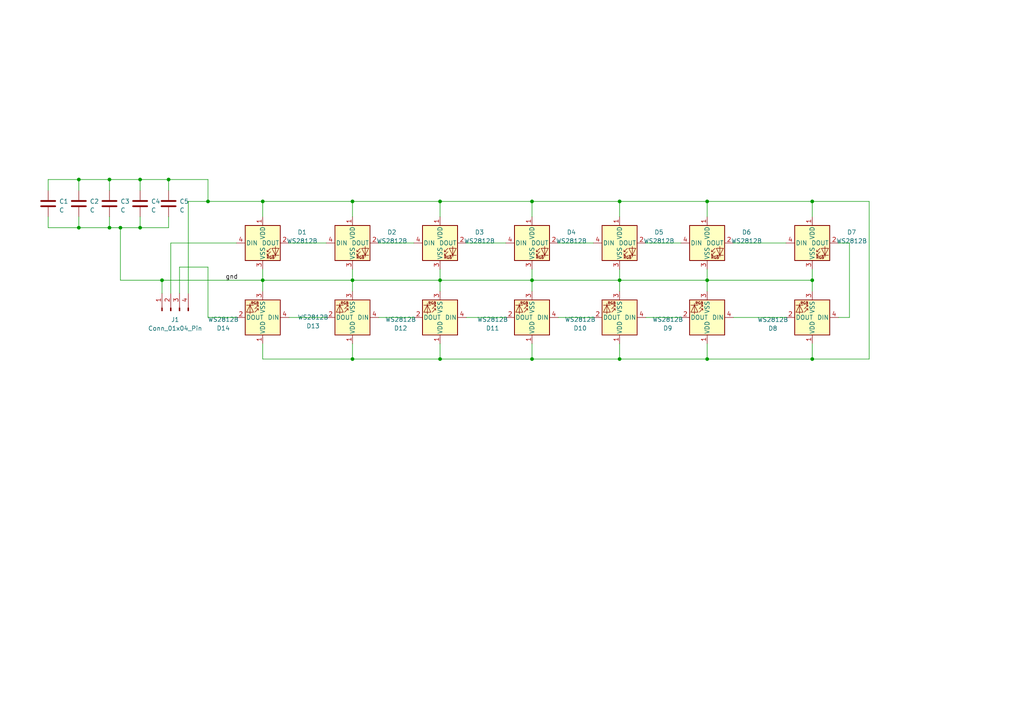
<source format=kicad_sch>
(kicad_sch (version 20230121) (generator eeschema)
  (paper "A4")
  (lib_symbols
    (symbol "Connector:Conn_01x04_Pin" (pin_names (offset 1.016) hide)
      (property "Reference" "J" (at 0 5.08 0))
      (property "Value" "Conn_01x04_Pin" (at 0 -7.62 0))
      (symbol "Conn_01x04_Pin_1_1"
        (polyline (pts (xy 1.27 -5.08) (xy 0.8636 -5.08)) (stroke (width 0.1524)))
        (polyline (pts (xy 1.27 -2.54) (xy 0.8636 -2.54)) (stroke (width 0.1524)))
        (polyline (pts (xy 1.27 0) (xy 0.8636 0)) (stroke (width 0.1524)))
        (polyline (pts (xy 1.27 2.54) (xy 0.8636 2.54)) (stroke (width 0.1524)))
        (rectangle (start 0.8636 -4.953) (end 0 -5.207) (stroke (width 0.1524)) (fill (type outline)))
        (rectangle (start 0.8636 -2.413) (end 0 -2.667) (stroke (width 0.1524)) (fill (type outline)))
        (rectangle (start 0.8636 0.127) (end 0 -0.127) (stroke (width 0.1524)) (fill (type outline)))
        (rectangle (start 0.8636 2.667) (end 0 2.413) (stroke (width 0.1524)) (fill (type outline)))
        (pin passive line (at 5.08 2.54 180) (length 3.81) (name "Pin_1") (number "1"))
        (pin passive line (at 5.08 0 180) (length 3.81) (name "Pin_2") (number "2"))
        (pin passive line (at 5.08 -2.54 180) (length 3.81) (name "Pin_3") (number "3"))
        (pin passive line (at 5.08 -5.08 180) (length 3.81) (name "Pin_4") (number "4"))
      )
    )
    (symbol "Device:C" (pin_numbers hide) (pin_names (offset 0.254))
      (property "Reference" "C" (at 0.635 2.54 0))
      (property "Value" "C" (at 0.635 -2.54 0))
      (symbol "C_0_1"
        (polyline (pts (xy -2.032 -0.762) (xy 2.032 -0.762)) (stroke (width 0.508)))
        (polyline (pts (xy -2.032 0.762) (xy 2.032 0.762)) (stroke (width 0.508)))
      )
      (symbol "C_1_1"
        (pin passive line (at 0 3.81 270) (length 2.794) (name "~") (number "1"))
        (pin passive line (at 0 -3.81 90) (length 2.794) (name "~") (number "2"))
      )
    )
    (symbol "LED:WS2812B" (pin_names (offset 0.254))
      (property "Reference" "D" (at 5.08 5.715 0))
      (property "Value" "WS2812B" (at 1.27 -5.715 0))
      (symbol "WS2812B_0_0"
        (text "RGB" (at 2.286 -4.191 0) (effects (font (size 0.762 0.762))))
      )
      (symbol "WS2812B_0_1"
        (polyline (pts (xy 1.27 -3.556) (xy 1.778 -3.556)))
        (polyline (pts (xy 1.27 -2.54) (xy 1.778 -2.54)))
        (polyline (pts (xy 4.699 -3.556) (xy 2.667 -3.556)))
        (polyline (pts (xy 2.286 -2.54) (xy 1.27 -3.556) (xy 1.27 -3.048)))
        (polyline (pts (xy 2.286 -1.524) (xy 1.27 -2.54) (xy 1.27 -2.032)))
        (polyline (pts (xy 3.683 -1.016) (xy 3.683 -3.556) (xy 3.683 -4.064)))
        (polyline (pts (xy 4.699 -1.524) (xy 2.667 -1.524) (xy 3.683 -3.556) (xy 4.699 -1.524)))
        (rectangle (start 5.08 5.08) (end -5.08 -5.08) (stroke (width 0.254)) (fill (type background)))
      )
      (symbol "WS2812B_1_1"
        (pin power_in line (at 0 7.62 270) (length 2.54) (name "VDD") (number "1"))
        (pin output line (at 7.62 0 180) (length 2.54) (name "DOUT") (number "2"))
        (pin power_in line (at 0 -7.62 90) (length 2.54) (name "VSS") (number "3"))
        (pin input line (at -7.62 0 0) (length 2.54) (name "DIN") (number "4"))
      )
    )
  )
  (junction (at 154.305 58.42))
  (junction (at 22.86 52.07))
  (junction (at 127.635 104.14))
  (junction (at 205.105 58.42))
  (junction (at 154.305 104.14))
  (junction (at 76.2 81.28))
  (junction (at 179.705 104.14))
  (junction (at 235.585 104.14))
  (junction (at 40.64 66.04))
  (junction (at 205.105 104.14))
  (junction (at 235.585 58.42))
  (junction (at 22.86 66.04))
  (junction (at 235.585 81.28))
  (junction (at 48.895 52.07))
  (junction (at 179.705 58.42))
  (junction (at 179.705 81.28))
  (junction (at 102.235 81.28))
  (junction (at 102.235 58.42))
  (junction (at 154.305 81.28))
  (junction (at 127.635 81.28))
  (junction (at 102.235 104.14))
  (junction (at 60.325 58.42))
  (junction (at 76.2 58.42))
  (junction (at 46.99 81.28))
  (junction (at 31.75 66.04))
  (junction (at 34.925 66.04))
  (junction (at 205.105 81.28))
  (junction (at 31.75 52.07))
  (junction (at 127.635 58.42))
  (junction (at 40.64 52.07))
  (wire (pts (xy 102.235 104.14) (xy 127.635 104.14)))
  (wire (pts (xy 40.64 62.865) (xy 40.64 66.04)))
  (wire (pts (xy 31.75 66.04) (xy 34.925 66.04)))
  (wire (pts (xy 76.2 84.455) (xy 76.2 81.28)))
  (wire (pts (xy 49.53 70.485) (xy 68.58 70.485)))
  (wire (pts (xy 154.305 84.455) (xy 154.305 81.28)))
  (wire (pts (xy 212.725 92.075) (xy 227.965 92.075)))
  (wire (pts (xy 22.86 52.07) (xy 31.75 52.07)))
  (wire (pts (xy 102.235 62.865) (xy 102.235 58.42)))
  (wire (pts (xy 179.705 81.28) (xy 205.105 81.28)))
  (wire (pts (xy 235.585 104.14) (xy 252.095 104.14)))
  (wire (pts (xy 205.105 99.695) (xy 205.105 104.14)))
  (wire (pts (xy 83.82 92.075) (xy 94.615 92.075)))
  (wire (pts (xy 13.97 55.245) (xy 13.97 52.07)))
  (wire (pts (xy 40.64 52.07) (xy 40.64 55.245)))
  (wire (pts (xy 135.255 70.485) (xy 146.685 70.485)))
  (wire (pts (xy 68.58 92.075) (xy 60.325 92.075)))
  (wire (pts (xy 187.325 92.075) (xy 197.485 92.075)))
  (wire (pts (xy 205.105 104.14) (xy 179.705 104.14)))
  (wire (pts (xy 76.2 99.695) (xy 76.2 104.14)))
  (wire (pts (xy 205.105 62.865) (xy 205.105 58.42)))
  (wire (pts (xy 102.235 58.42) (xy 127.635 58.42)))
  (wire (pts (xy 48.895 52.07) (xy 60.325 52.07)))
  (wire (pts (xy 246.38 70.485) (xy 246.38 92.075)))
  (wire (pts (xy 76.2 81.28) (xy 102.235 81.28)))
  (wire (pts (xy 60.325 77.47) (xy 52.07 77.47)))
  (wire (pts (xy 102.235 81.28) (xy 127.635 81.28)))
  (wire (pts (xy 31.75 52.07) (xy 40.64 52.07)))
  (wire (pts (xy 154.305 99.695) (xy 154.305 104.14)))
  (wire (pts (xy 60.325 52.07) (xy 60.325 58.42)))
  (wire (pts (xy 179.705 62.865) (xy 179.705 58.42)))
  (wire (pts (xy 31.75 52.07) (xy 31.75 55.245)))
  (wire (pts (xy 205.105 58.42) (xy 235.585 58.42)))
  (wire (pts (xy 48.895 52.07) (xy 48.895 55.245)))
  (wire (pts (xy 252.095 58.42) (xy 252.095 104.14)))
  (wire (pts (xy 154.305 62.865) (xy 154.305 58.42)))
  (wire (pts (xy 60.325 77.47) (xy 60.325 92.075)))
  (wire (pts (xy 161.925 92.075) (xy 172.085 92.075)))
  (wire (pts (xy 205.105 81.28) (xy 235.585 81.28)))
  (wire (pts (xy 243.205 92.075) (xy 246.38 92.075)))
  (wire (pts (xy 102.235 104.14) (xy 76.2 104.14)))
  (wire (pts (xy 127.635 81.28) (xy 154.305 81.28)))
  (wire (pts (xy 13.97 62.865) (xy 13.97 66.04)))
  (wire (pts (xy 127.635 84.455) (xy 127.635 81.28)))
  (wire (pts (xy 22.86 66.04) (xy 31.75 66.04)))
  (wire (pts (xy 46.99 81.28) (xy 46.99 85.09)))
  (wire (pts (xy 235.585 81.28) (xy 235.585 84.455)))
  (wire (pts (xy 235.585 78.105) (xy 235.585 81.28)))
  (wire (pts (xy 52.07 77.47) (xy 52.07 85.09)))
  (wire (pts (xy 22.86 52.07) (xy 22.86 55.245)))
  (wire (pts (xy 235.585 99.695) (xy 235.585 104.14)))
  (wire (pts (xy 120.015 92.075) (xy 109.855 92.075)))
  (wire (pts (xy 102.235 99.695) (xy 102.235 104.14)))
  (wire (pts (xy 205.105 78.105) (xy 205.105 81.28)))
  (wire (pts (xy 60.325 58.42) (xy 76.2 58.42)))
  (wire (pts (xy 76.2 62.865) (xy 76.2 58.42)))
  (wire (pts (xy 76.2 58.42) (xy 102.235 58.42)))
  (wire (pts (xy 127.635 78.105) (xy 127.635 81.28)))
  (wire (pts (xy 83.82 70.485) (xy 94.615 70.485)))
  (wire (pts (xy 40.64 66.04) (xy 48.895 66.04)))
  (wire (pts (xy 13.97 66.04) (xy 22.86 66.04)))
  (wire (pts (xy 31.75 62.865) (xy 31.75 66.04)))
  (wire (pts (xy 49.53 70.485) (xy 49.53 85.09)))
  (wire (pts (xy 102.235 81.28) (xy 102.235 84.455)))
  (wire (pts (xy 187.325 70.485) (xy 197.485 70.485)))
  (wire (pts (xy 179.705 99.695) (xy 179.705 104.14)))
  (wire (pts (xy 154.305 58.42) (xy 179.705 58.42)))
  (wire (pts (xy 212.725 70.485) (xy 227.965 70.485)))
  (wire (pts (xy 109.855 70.485) (xy 120.015 70.485)))
  (wire (pts (xy 127.635 58.42) (xy 154.305 58.42)))
  (wire (pts (xy 127.635 104.14) (xy 154.305 104.14)))
  (wire (pts (xy 22.86 62.865) (xy 22.86 66.04)))
  (wire (pts (xy 54.61 58.42) (xy 60.325 58.42)))
  (wire (pts (xy 154.305 78.105) (xy 154.305 81.28)))
  (wire (pts (xy 161.925 70.485) (xy 172.085 70.485)))
  (wire (pts (xy 146.685 92.075) (xy 135.255 92.075)))
  (wire (pts (xy 34.925 66.04) (xy 40.64 66.04)))
  (wire (pts (xy 243.205 70.485) (xy 246.38 70.485)))
  (wire (pts (xy 76.2 78.105) (xy 76.2 81.28)))
  (wire (pts (xy 54.61 58.42) (xy 54.61 85.09)))
  (wire (pts (xy 235.585 62.865) (xy 235.585 58.42)))
  (wire (pts (xy 179.705 58.42) (xy 205.105 58.42)))
  (wire (pts (xy 154.305 104.14) (xy 179.705 104.14)))
  (wire (pts (xy 127.635 62.865) (xy 127.635 58.42)))
  (wire (pts (xy 179.705 78.105) (xy 179.705 81.28)))
  (wire (pts (xy 34.925 66.04) (xy 34.925 81.28)))
  (wire (pts (xy 102.235 78.105) (xy 102.235 81.28)))
  (wire (pts (xy 48.895 62.865) (xy 48.895 66.04)))
  (wire (pts (xy 154.305 81.28) (xy 179.705 81.28)))
  (wire (pts (xy 205.105 84.455) (xy 205.105 81.28)))
  (wire (pts (xy 127.635 99.695) (xy 127.635 104.14)))
  (wire (pts (xy 34.925 81.28) (xy 46.99 81.28)))
  (wire (pts (xy 13.97 52.07) (xy 22.86 52.07)))
  (wire (pts (xy 205.105 104.14) (xy 235.585 104.14)))
  (wire (pts (xy 235.585 58.42) (xy 252.095 58.42)))
  (wire (pts (xy 46.99 81.28) (xy 76.2 81.28)))
  (wire (pts (xy 40.64 52.07) (xy 48.895 52.07)))
  (wire (pts (xy 179.705 84.455) (xy 179.705 81.28)))
  (label "gnd" (at 65.405 81.28 0))
  (symbol (lib_id "LED:WS2812B") (at 102.235 92.075 180) (unit 1)
    (property "Reference" "D13" (at 90.805 94.5641 0))
    (property "Value" "WS2812B" (at 90.805 92.0241 0))
    (property "Footprint" "LED_SMD:LED_WS2812B_PLCC4_5.0x5.0mm_P3.2mm" (effects hide))
    (property "Datasheet" "https://cdn-shop.adafruit.com/datasheets/WS2812B.pdf" (effects hide))
  )
  (symbol (lib_id "LED:WS2812B") (at 235.585 92.075 180) (unit 1)
    (property "Reference" "D8" (at 224.155 95.25 0))
    (property "Value" "WS2812B" (at 224.155 92.71 0))
    (property "Footprint" "LED_SMD:LED_WS2812B_PLCC4_5.0x5.0mm_P3.2mm" (effects hide))
    (property "Datasheet" "https://cdn-shop.adafruit.com/datasheets/WS2812B.pdf" (effects hide))
  )
  (symbol (lib_id "LED:WS2812B") (at 76.2 70.485 0) (unit 1)
    (property "Reference" "D1" (at 87.63 67.3609 0))
    (property "Value" "WS2812B" (at 87.63 69.9009 0))
    (property "Footprint" "LED_SMD:LED_WS2812B_PLCC4_5.0x5.0mm_P3.2mm" (effects hide))
    (property "Datasheet" "https://cdn-shop.adafruit.com/datasheets/WS2812B.pdf" (effects hide))
  )
  (symbol (lib_id "Device:C") (at 13.97 59.055 0) (unit 1)
    (property "Reference" "C1" (at 17.145 58.42 0) (effects (justify left)))
    (property "Value" "C" (at 17.145 60.96 0) (effects (justify left)))
    (property "Footprint" "Capacitor_SMD:C_1210_3225Metric_Pad1.33x2.70mm_HandSolder" (effects hide))
  )
  (symbol (lib_id "LED:WS2812B") (at 127.635 92.075 180) (unit 1)
    (property "Reference" "D12" (at 116.205 95.1991 0))
    (property "Value" "WS2812B" (at 116.205 92.6591 0))
    (property "Footprint" "LED_SMD:LED_WS2812B_PLCC4_5.0x5.0mm_P3.2mm" (effects hide))
    (property "Datasheet" "https://cdn-shop.adafruit.com/datasheets/WS2812B.pdf" (effects hide))
  )
  (symbol (lib_id "LED:WS2812B") (at 127.635 70.485 0) (unit 1)
    (property "Reference" "D3" (at 139.065 67.3609 0))
    (property "Value" "WS2812B" (at 139.065 69.9009 0))
    (property "Footprint" "LED_SMD:LED_WS2812B_PLCC4_5.0x5.0mm_P3.2mm" (effects hide))
    (property "Datasheet" "https://cdn-shop.adafruit.com/datasheets/WS2812B.pdf" (effects hide))
  )
  (symbol (lib_id "Device:C") (at 22.86 59.055 0) (unit 1)
    (property "Reference" "C2" (at 26.035 58.42 0) (effects (justify left)))
    (property "Value" "C" (at 26.035 60.96 0) (effects (justify left)))
    (property "Footprint" "Capacitor_SMD:C_1210_3225Metric_Pad1.33x2.70mm_HandSolder" (effects hide))
  )
  (symbol (lib_id "Connector:Conn_01x04_Pin") (at 49.53 90.17 90) (unit 1)
    (property "Reference" "J1" (at 50.8 92.71 90))
    (property "Value" "Conn_01x04_Pin" (at 50.8 95.25 90))
    (property "Footprint" "Connector_JST:JST_XH_S4B-XH-A-1_1x04_P2.50mm_Horizontal" (effects hide))
  )
  (symbol (lib_id "LED:WS2812B") (at 235.585 70.485 0) (unit 1)
    (property "Reference" "D7" (at 247.015 67.3609 0))
    (property "Value" "WS2812B" (at 247.015 69.9009 0))
    (property "Footprint" "LED_SMD:LED_WS2812B_PLCC4_5.0x5.0mm_P3.2mm" (effects hide))
    (property "Datasheet" "https://cdn-shop.adafruit.com/datasheets/WS2812B.pdf" (effects hide))
  )
  (symbol (lib_id "LED:WS2812B") (at 154.305 70.485 0) (unit 1)
    (property "Reference" "D4" (at 165.735 67.3609 0))
    (property "Value" "WS2812B" (at 165.735 69.9009 0))
    (property "Footprint" "LED_SMD:LED_WS2812B_PLCC4_5.0x5.0mm_P3.2mm" (effects hide))
    (property "Datasheet" "https://cdn-shop.adafruit.com/datasheets/WS2812B.pdf" (effects hide))
  )
  (symbol (lib_id "LED:WS2812B") (at 205.105 70.485 0) (unit 1)
    (property "Reference" "D6" (at 216.535 67.3609 0))
    (property "Value" "WS2812B" (at 216.535 69.9009 0))
    (property "Footprint" "LED_SMD:LED_WS2812B_PLCC4_5.0x5.0mm_P3.2mm" (effects hide))
    (property "Datasheet" "https://cdn-shop.adafruit.com/datasheets/WS2812B.pdf" (effects hide))
  )
  (symbol (lib_id "LED:WS2812B") (at 76.2 92.075 180) (unit 1)
    (property "Reference" "D14" (at 64.77 95.1991 0))
    (property "Value" "WS2812B" (at 64.77 92.6591 0))
    (property "Footprint" "LED_SMD:LED_WS2812B_PLCC4_5.0x5.0mm_P3.2mm" (effects hide))
    (property "Datasheet" "https://cdn-shop.adafruit.com/datasheets/WS2812B.pdf" (effects hide))
  )
  (symbol (lib_id "LED:WS2812B") (at 205.105 92.075 180) (unit 1)
    (property "Reference" "D9" (at 193.675 95.1991 0))
    (property "Value" "WS2812B" (at 193.675 92.6591 0))
    (property "Footprint" "LED_SMD:LED_WS2812B_PLCC4_5.0x5.0mm_P3.2mm" (effects hide))
    (property "Datasheet" "https://cdn-shop.adafruit.com/datasheets/WS2812B.pdf" (effects hide))
  )
  (symbol (lib_id "Device:C") (at 48.895 59.055 0) (unit 1)
    (property "Reference" "C5" (at 52.07 58.42 0) (effects (justify left)))
    (property "Value" "C" (at 52.07 60.96 0) (effects (justify left)))
    (property "Footprint" "Capacitor_SMD:C_1210_3225Metric_Pad1.33x2.70mm_HandSolder" (effects hide))
  )
  (symbol (lib_id "Device:C") (at 31.75 59.055 0) (unit 1)
    (property "Reference" "C3" (at 34.925 58.42 0) (effects (justify left)))
    (property "Value" "C" (at 34.925 60.96 0) (effects (justify left)))
    (property "Footprint" "Capacitor_SMD:C_1210_3225Metric_Pad1.33x2.70mm_HandSolder" (effects hide))
  )
  (symbol (lib_id "LED:WS2812B") (at 154.305 92.075 180) (unit 1)
    (property "Reference" "D11" (at 142.875 95.1991 0))
    (property "Value" "WS2812B" (at 142.875 92.6591 0))
    (property "Footprint" "LED_SMD:LED_WS2812B_PLCC4_5.0x5.0mm_P3.2mm" (effects hide))
    (property "Datasheet" "https://cdn-shop.adafruit.com/datasheets/WS2812B.pdf" (effects hide))
  )
  (symbol (lib_id "LED:WS2812B") (at 102.235 70.485 0) (unit 1)
    (property "Reference" "D2" (at 113.665 67.3609 0))
    (property "Value" "WS2812B" (at 113.665 69.9009 0))
    (property "Footprint" "LED_SMD:LED_WS2812B_PLCC4_5.0x5.0mm_P3.2mm" (effects hide))
    (property "Datasheet" "https://cdn-shop.adafruit.com/datasheets/WS2812B.pdf" (effects hide))
  )
  (symbol (lib_id "LED:WS2812B") (at 179.705 92.075 180) (unit 1)
    (property "Reference" "D10" (at 168.275 95.1991 0))
    (property "Value" "WS2812B" (at 168.275 92.6591 0))
    (property "Footprint" "LED_SMD:LED_WS2812B_PLCC4_5.0x5.0mm_P3.2mm" (effects hide))
    (property "Datasheet" "https://cdn-shop.adafruit.com/datasheets/WS2812B.pdf" (effects hide))
  )
  (symbol (lib_id "LED:WS2812B") (at 179.705 70.485 0) (unit 1)
    (property "Reference" "D5" (at 191.135 67.3609 0))
    (property "Value" "WS2812B" (at 191.135 69.9009 0))
    (property "Footprint" "LED_SMD:LED_WS2812B_PLCC4_5.0x5.0mm_P3.2mm" (effects hide))
    (property "Datasheet" "https://cdn-shop.adafruit.com/datasheets/WS2812B.pdf" (effects hide))
  )
  (symbol (lib_id "Device:C") (at 40.64 59.055 0) (unit 1)
    (property "Reference" "C4" (at 43.815 58.42 0) (effects (justify left)))
    (property "Value" "C" (at 43.815 60.96 0) (effects (justify left)))
    (property "Footprint" "Capacitor_SMD:C_1210_3225Metric_Pad1.33x2.70mm_HandSolder" (effects hide))
  )
)
</source>
